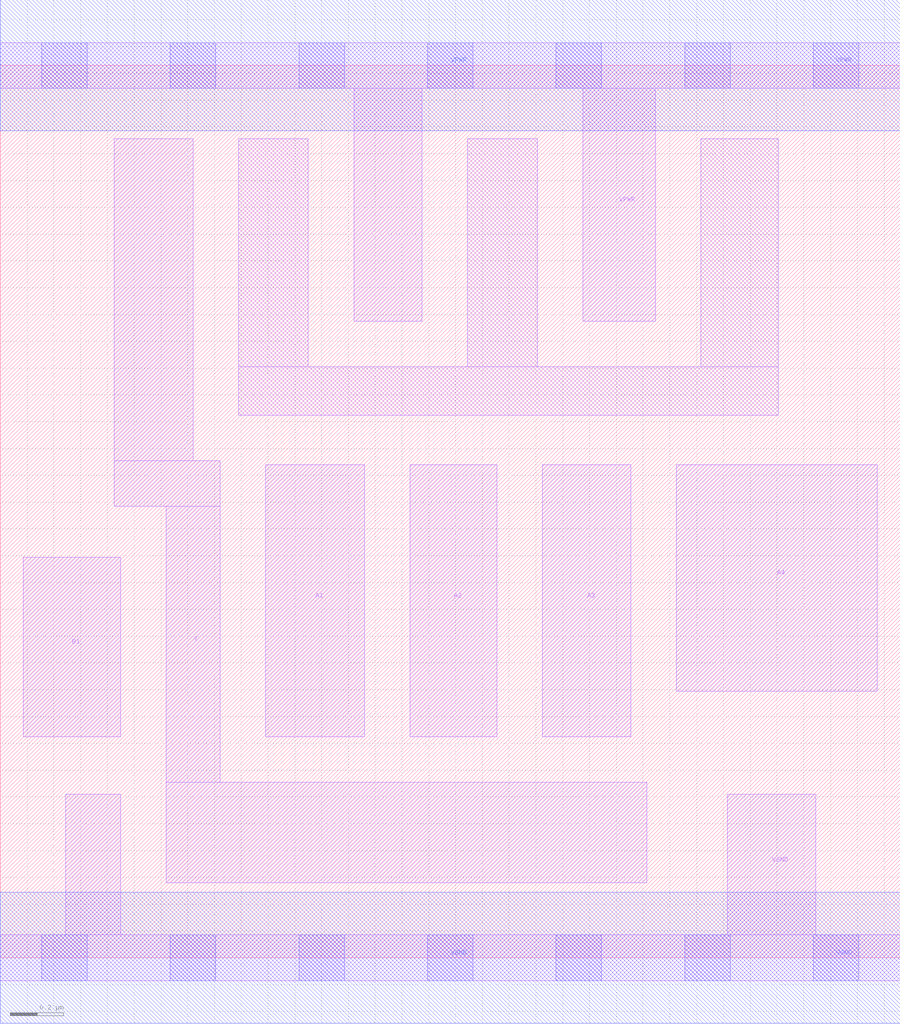
<source format=lef>
# Copyright 2020 The SkyWater PDK Authors
#
# Licensed under the Apache License, Version 2.0 (the "License");
# you may not use this file except in compliance with the License.
# You may obtain a copy of the License at
#
#     https://www.apache.org/licenses/LICENSE-2.0
#
# Unless required by applicable law or agreed to in writing, software
# distributed under the License is distributed on an "AS IS" BASIS,
# WITHOUT WARRANTIES OR CONDITIONS OF ANY KIND, either express or implied.
# See the License for the specific language governing permissions and
# limitations under the License.
#
# SPDX-License-Identifier: Apache-2.0

VERSION 5.7 ;
  NAMESCASESENSITIVE ON ;
  NOWIREEXTENSIONATPIN ON ;
  DIVIDERCHAR "/" ;
  BUSBITCHARS "[]" ;
UNITS
  DATABASE MICRONS 200 ;
END UNITS
MACRO sky130_fd_sc_lp__a41oi_0
  CLASS CORE ;
  SOURCE USER ;
  FOREIGN sky130_fd_sc_lp__a41oi_0 ;
  ORIGIN  0.000000  0.000000 ;
  SIZE  3.360000 BY  3.330000 ;
  SYMMETRY X Y R90 ;
  SITE unit ;
  PIN A1
    ANTENNAGATEAREA  0.159000 ;
    DIRECTION INPUT ;
    USE SIGNAL ;
    PORT
      LAYER li1 ;
        RECT 0.990000 0.825000 1.360000 1.840000 ;
    END
  END A1
  PIN A2
    ANTENNAGATEAREA  0.159000 ;
    DIRECTION INPUT ;
    USE SIGNAL ;
    PORT
      LAYER li1 ;
        RECT 1.530000 0.825000 1.855000 1.840000 ;
    END
  END A2
  PIN A3
    ANTENNAGATEAREA  0.159000 ;
    DIRECTION INPUT ;
    USE SIGNAL ;
    PORT
      LAYER li1 ;
        RECT 2.025000 0.825000 2.355000 1.840000 ;
    END
  END A3
  PIN A4
    ANTENNAGATEAREA  0.159000 ;
    DIRECTION INPUT ;
    USE SIGNAL ;
    PORT
      LAYER li1 ;
        RECT 2.525000 0.995000 3.275000 1.840000 ;
    END
  END A4
  PIN B1
    ANTENNAGATEAREA  0.159000 ;
    DIRECTION INPUT ;
    USE SIGNAL ;
    PORT
      LAYER li1 ;
        RECT 0.085000 0.825000 0.450000 1.495000 ;
    END
  END B1
  PIN Y
    ANTENNADIFFAREA  0.320800 ;
    DIRECTION OUTPUT ;
    USE SIGNAL ;
    PORT
      LAYER li1 ;
        RECT 0.425000 1.685000 0.820000 1.855000 ;
        RECT 0.425000 1.855000 0.720000 3.055000 ;
        RECT 0.620000 0.280000 2.415000 0.655000 ;
        RECT 0.620000 0.655000 0.820000 1.685000 ;
    END
  END Y
  PIN VGND
    DIRECTION INOUT ;
    USE GROUND ;
    PORT
      LAYER li1 ;
        RECT 0.000000 -0.085000 3.360000 0.085000 ;
        RECT 0.245000  0.085000 0.450000 0.610000 ;
        RECT 2.715000  0.085000 3.045000 0.610000 ;
      LAYER mcon ;
        RECT 0.155000 -0.085000 0.325000 0.085000 ;
        RECT 0.635000 -0.085000 0.805000 0.085000 ;
        RECT 1.115000 -0.085000 1.285000 0.085000 ;
        RECT 1.595000 -0.085000 1.765000 0.085000 ;
        RECT 2.075000 -0.085000 2.245000 0.085000 ;
        RECT 2.555000 -0.085000 2.725000 0.085000 ;
        RECT 3.035000 -0.085000 3.205000 0.085000 ;
      LAYER met1 ;
        RECT 0.000000 -0.245000 3.360000 0.245000 ;
    END
  END VGND
  PIN VPWR
    DIRECTION INOUT ;
    USE POWER ;
    PORT
      LAYER li1 ;
        RECT 0.000000 3.245000 3.360000 3.415000 ;
        RECT 1.320000 2.375000 1.575000 3.245000 ;
        RECT 2.175000 2.375000 2.445000 3.245000 ;
      LAYER mcon ;
        RECT 0.155000 3.245000 0.325000 3.415000 ;
        RECT 0.635000 3.245000 0.805000 3.415000 ;
        RECT 1.115000 3.245000 1.285000 3.415000 ;
        RECT 1.595000 3.245000 1.765000 3.415000 ;
        RECT 2.075000 3.245000 2.245000 3.415000 ;
        RECT 2.555000 3.245000 2.725000 3.415000 ;
        RECT 3.035000 3.245000 3.205000 3.415000 ;
      LAYER met1 ;
        RECT 0.000000 3.085000 3.360000 3.575000 ;
    END
  END VPWR
  OBS
    LAYER li1 ;
      RECT 0.890000 2.025000 2.905000 2.205000 ;
      RECT 0.890000 2.205000 1.150000 3.055000 ;
      RECT 1.745000 2.205000 2.005000 3.055000 ;
      RECT 2.615000 2.205000 2.905000 3.055000 ;
  END
END sky130_fd_sc_lp__a41oi_0

</source>
